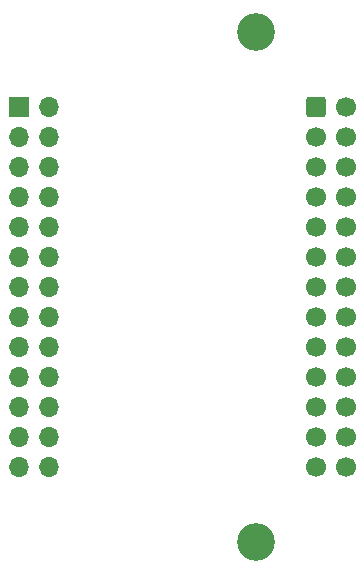
<source format=gbr>
%TF.GenerationSoftware,KiCad,Pcbnew,7.0.2-0*%
%TF.CreationDate,2023-06-06T22:34:11+02:00*%
%TF.ProjectId,SCAN2000_driver,5343414e-3230-4303-905f-647269766572,1.0*%
%TF.SameCoordinates,Original*%
%TF.FileFunction,Soldermask,Bot*%
%TF.FilePolarity,Negative*%
%FSLAX46Y46*%
G04 Gerber Fmt 4.6, Leading zero omitted, Abs format (unit mm)*
G04 Created by KiCad (PCBNEW 7.0.2-0) date 2023-06-06 22:34:11*
%MOMM*%
%LPD*%
G01*
G04 APERTURE LIST*
G04 Aperture macros list*
%AMRoundRect*
0 Rectangle with rounded corners*
0 $1 Rounding radius*
0 $2 $3 $4 $5 $6 $7 $8 $9 X,Y pos of 4 corners*
0 Add a 4 corners polygon primitive as box body*
4,1,4,$2,$3,$4,$5,$6,$7,$8,$9,$2,$3,0*
0 Add four circle primitives for the rounded corners*
1,1,$1+$1,$2,$3*
1,1,$1+$1,$4,$5*
1,1,$1+$1,$6,$7*
1,1,$1+$1,$8,$9*
0 Add four rect primitives between the rounded corners*
20,1,$1+$1,$2,$3,$4,$5,0*
20,1,$1+$1,$4,$5,$6,$7,0*
20,1,$1+$1,$6,$7,$8,$9,0*
20,1,$1+$1,$8,$9,$2,$3,0*%
G04 Aperture macros list end*
%ADD10R,1.700000X1.700000*%
%ADD11O,1.700000X1.700000*%
%ADD12C,3.200000*%
%ADD13RoundRect,0.250000X-0.600000X-0.600000X0.600000X-0.600000X0.600000X0.600000X-0.600000X0.600000X0*%
%ADD14C,1.700000*%
G04 APERTURE END LIST*
D10*
%TO.C,J2*%
X84074000Y-54610000D03*
D11*
X86614000Y-54610000D03*
X84074000Y-57150000D03*
X86614000Y-57150000D03*
X84074000Y-59690000D03*
X86614000Y-59690000D03*
X84074000Y-62230000D03*
X86614000Y-62230000D03*
X84074000Y-64770000D03*
X86614000Y-64770000D03*
X84074000Y-67310000D03*
X86614000Y-67310000D03*
X84074000Y-69850000D03*
X86614000Y-69850000D03*
X84074000Y-72390000D03*
X86614000Y-72390000D03*
X84074000Y-74930000D03*
X86614000Y-74930000D03*
X84074000Y-77470000D03*
X86614000Y-77470000D03*
X84074000Y-80010000D03*
X86614000Y-80010000D03*
X84074000Y-82550000D03*
X86614000Y-82550000D03*
X84074000Y-85090000D03*
X86614000Y-85090000D03*
%TD*%
D12*
%TO.C,H1*%
X104140000Y-48260000D03*
%TD*%
D13*
%TO.C,J1*%
X109220000Y-54610000D03*
D14*
X111760000Y-54610000D03*
X109220000Y-57150000D03*
X111760000Y-57150000D03*
X109220000Y-59690000D03*
X111760000Y-59690000D03*
X109220000Y-62230000D03*
X111760000Y-62230000D03*
X109220000Y-64770000D03*
X111760000Y-64770000D03*
X109220000Y-67310000D03*
X111760000Y-67310000D03*
X109220000Y-69850000D03*
X111760000Y-69850000D03*
X109220000Y-72390000D03*
X111760000Y-72390000D03*
X109220000Y-74930000D03*
X111760000Y-74930000D03*
X109220000Y-77470000D03*
X111760000Y-77470000D03*
X109220000Y-80010000D03*
X111760000Y-80010000D03*
X109220000Y-82550000D03*
X111760000Y-82550000D03*
X109220000Y-85090000D03*
X111760000Y-85090000D03*
%TD*%
D12*
%TO.C,H2*%
X104140000Y-91440000D03*
%TD*%
M02*

</source>
